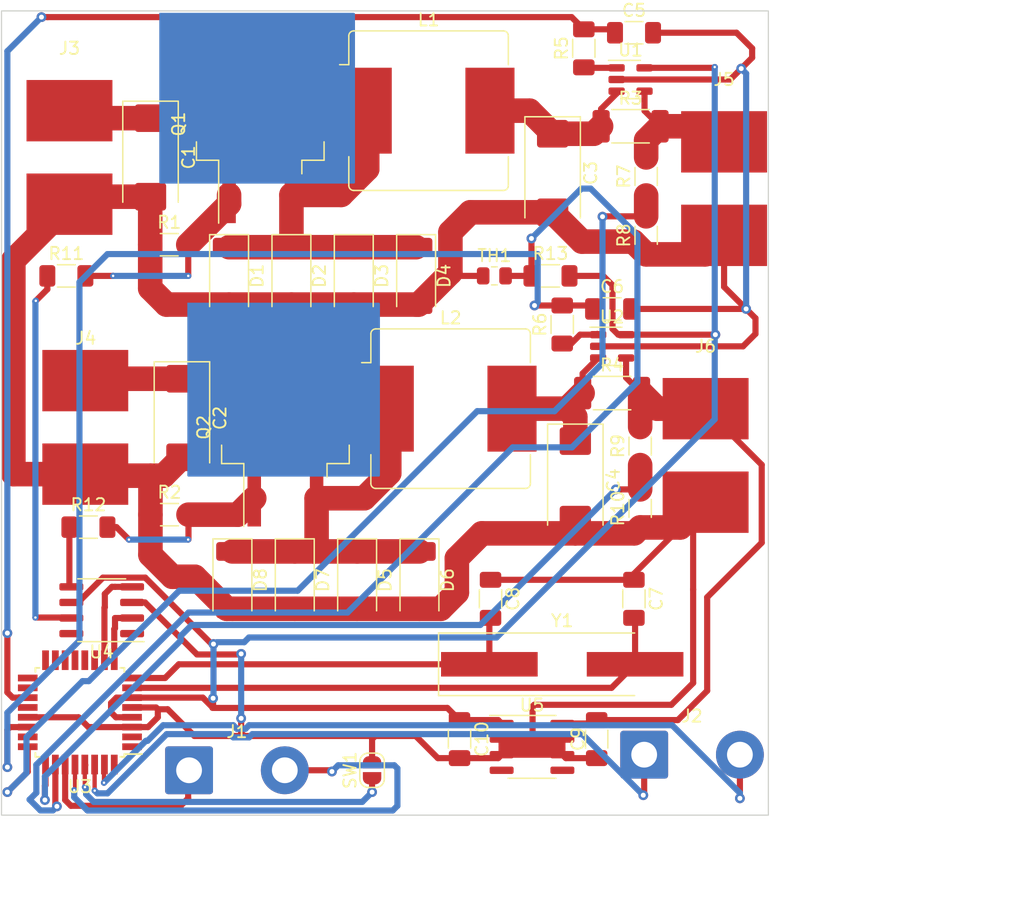
<source format=kicad_pcb>
(kicad_pcb (version 20211014) (generator pcbnew)
  (layers (0 "F.Cu" signal) (31 "B.Cu" signal) (34 "B.Paste" user) (35 "F.Paste" user) (36 "B.SilkS" user "B.Silkscreen") (37 "F.SilkS" user "F.Silkscreen") (38 "B.Mask" user) (39 "F.Mask" user) (44 "Edge.Cuts" user))
  (net 0 "")
  (net 1 "VCC")
  (net 2 "GND")
  (net 3 "Net-(L1-Pad2)")
  (net 4 "Net-(C4-Pad1)")
  (net 5 "I1out")
  (net 6 "I2out")
  (net 7 "Net-(C7-Pad2)")
  (net 8 "Net-(C8-Pad2)")
  (net 9 "+BATT")
  (net 10 "+5V")
  (net 11 "Net-(Q1-Pad3)")
  (net 12 "Net-(D5-Pad1)")
  (net 13 "Net-(J2-Pad1)")
  (net 14 "Net-(J2-Pad2)")
  (net 15 "Mosfet1")
  (net 16 "Mosfet2")
  (net 17 "Net-(R5-Pad1)")
  (net 18 "Net-(R6-Pad1)")
  (net 19 "U1out")
  (net 20 "U2out")
  (net 21 "Net-(R11-Pad1)")
  (net 22 "Net-(R12-Pad1)")
  (net 23 "T")
  (net 26 "Pulse1")
  (net 27 "Pulse2")
  (net 39 "Net-(J1-Pad1)")
  (net 40 "Net-(J1-Pad2)")
  (net 45 "Net-(SW1-Pad1)")
  (net 46 "VAA")
  (footprint "Package_QFP:TQFP-32_7x7mm_P0.8mm" (layer "F.Cu") (at 96.8095 101.098 180)
    (fp_text reference "U3")
    (fp_text value "ATmega328P-A")
  )
  (footprint "Diode_SMD:D_2010_5025Metric_Pad1.52x2.65mm_HandSolder" (layer "F.Cu") (at 124.206 65.532 -90)
    (fp_text reference "D4")
    (fp_text value "STPS140A")
  )
  (footprint "Resistor_SMD:R_1206_3216Metric_Pad1.30x1.75mm_HandSolder" (layer "F.Cu") (at 104.0885 62.992)
    (fp_text reference "R1")
    (fp_text value "30k")
  )
  (footprint "Resistor_SMD:R_1206_3216Metric_Pad1.30x1.75mm_HandSolder" (layer "F.Cu") (at 140.1755 68.224)
    (fp_text reference "C6")
    (fp_text value "100n")
  )
  (footprint "Connector_Wire:SolderWire-1.5sqmm_1x02_P7.8mm_D1.7mm_OD3.9mm" (layer "F.Cu") (at 105.7055 105.816)
    (fp_text reference "J1")
    (fp_text value "I2C")
  )
  (footprint "moje:PowerPad" (layer "F.Cu") (at 95.9605 52.07 180)
    (fp_text reference "J3")
    (fp_text value "In")
  )
  (footprint "Jumper:SolderJumper-2_P1.3mm_Open_RoundedPad1.0x1.5mm" (layer "F.Cu") (at 120.6175 105.816 90)
    (fp_text reference "SW1")
    (fp_text value "SW_DIP_x01")
  )
  (footprint "Package_TO_SOT_SMD:TO-263-2" (layer "F.Cu") (at 113.557 77.876 90)
    (fp_text reference "Q2")
    (fp_text value "IRLR2705TRPBF")
  )
  (footprint "Resistor_SMD:R_1206_3216Metric_Pad1.30x1.75mm_HandSolder" (layer "F.Cu") (at 141.9605 45.72)
    (fp_text reference "C5")
    (fp_text value "100n")
  )
  (footprint "Resistor_SMD:R_1206_3216Metric_Pad1.30x1.75mm_HandSolder" (layer "F.Cu") (at 135.154 65.532)
    (fp_text reference "R13")
    (fp_text value "100k")
  )
  (footprint "Diode_SMD:D_2010_5025Metric_Pad1.52x2.65mm_HandSolder" (layer "F.Cu") (at 119.126 65.532 -90)
    (fp_text reference "D3")
    (fp_text value "STPS140A")
  )
  (footprint "Resistor_SMD:R_1206_3216Metric_Pad1.30x1.75mm_HandSolder" (layer "F.Cu") (at 142.9505 62.23 90)
    (fp_text reference "R8")
    (fp_text value "300k")
  )
  (footprint "Capacitor_Tantalum_SMD:CP_EIA-7343-15_Kemet-W_Pad2.25x2.55mm_HandSolder" (layer "F.Cu") (at 102.5645 55.88 -90)
    (fp_text reference "C1")
    (fp_text value "10u")
  )
  (footprint "Resistor_SMD:R_1206_3216Metric_Pad1.30x1.75mm_HandSolder" (layer "F.Cu") (at 127.7425 103.276 -90)
    (fp_text reference "C10")
    (fp_text value "100n")
  )
  (footprint "Crystal:Crystal_SMD_HC49-SD_HandSoldering" (layer "F.Cu") (at 136.1115 97.18)
    (fp_text reference "Y1")
    (fp_text value "16.00M-SMDHC49S")
  )
  (footprint "Diode_SMD:D_2010_5025Metric_Pad1.52x2.65mm_HandSolder" (layer "F.Cu") (at 114.319 90.322 -90)
    (fp_text reference "D7")
    (fp_text value "STPS140A")
  )
  (footprint "Connector_Wire:SolderWire-1.5sqmm_1x02_P7.8mm_D1.7mm_OD3.9mm" (layer "F.Cu") (at 142.7895 104.546)
    (fp_text reference "J2")
    (fp_text value "UART")
  )
  (footprint "Diode_SMD:D_2010_5025Metric_Pad1.52x2.65mm_HandSolder" (layer "F.Cu") (at 119.399 90.322 -90)
    (fp_text reference "D5")
    (fp_text value "STPS140A")
  )
  (footprint "Capacitor_Tantalum_SMD:CP_EIA-7343-15_Kemet-W_Pad2.25x2.55mm_HandSolder" (layer "F.Cu") (at 135.3305 57.15 -90)
    (fp_text reference "C3")
    (fp_text value "22u")
  )
  (footprint "moje:PowerPad" (layer "F.Cu") (at 149.3005 54.61 180)
    (fp_text reference "J5")
    (fp_text value "Out")
  )
  (footprint "Resistor_SMD:R_1206_3216Metric_Pad1.30x1.75mm_HandSolder" (layer "F.Cu") (at 104.1075 84.988)
    (fp_text reference "R2")
    (fp_text value "30k")
  )
  (footprint "Resistor_SMD:R_0805_2012Metric" (layer "F.Cu") (at 130.582 65.532)
    (fp_text reference "TH1")
    (fp_text value "NCP21WF104J03RA")
  )
  (footprint "Capacitor_Tantalum_SMD:CP_EIA-7343-15_Kemet-W_Pad2.25x2.55mm_HandSolder" (layer "F.Cu") (at 105.1235 77.114 -90)
    (fp_text reference "C2")
    (fp_text value "10u")
  )
  (footprint "Resistor_SMD:R_1206_3216Metric_Pad1.30x1.75mm_HandSolder" (layer "F.Cu") (at 130.2695 91.846 -90)
    (fp_text reference "C8")
    (fp_text value "10p")
  )
  (footprint "Diode_SMD:D_2010_5025Metric_Pad1.52x2.65mm_HandSolder" (layer "F.Cu") (at 114.046 65.532 -90)
    (fp_text reference "D2")
    (fp_text value "STPS140A")
  )
  (footprint "Diode_SMD:D_2010_5025Metric_Pad1.52x2.65mm_HandSolder" (layer "F.Cu") (at 124.479 90.322 -90)
    (fp_text reference "D6")
    (fp_text value "STPS140A")
  )
  (footprint "Package_TO_SOT_SMD:SOT-23-5" (layer "F.Cu") (at 140.1755 71.272)
    (fp_text reference "U2")
    (fp_text value "AD8211")
  )
  (footprint "Diode_SMD:D_2010_5025Metric_Pad1.52x2.65mm_HandSolder" (layer "F.Cu") (at 108.966 65.532 -90)
    (fp_text reference "D1")
    (fp_text value "STPS140A")
  )
  (footprint "Resistor_SMD:R_1206_3216Metric_Pad1.30x1.75mm_HandSolder" (layer "F.Cu") (at 142.4615 84.48 90)
    (fp_text reference "R10")
    (fp_text value "300k")
  )
  (footprint "Resistor_SMD:R_1206_3216Metric_Pad1.30x1.75mm_HandSolder" (layer "F.Cu") (at 142.4615 79.4 90)
    (fp_text reference "R9")
    (fp_text value "715k")
  )
  (footprint "Resistor_SMD:R_1206_3216Metric_Pad1.30x1.75mm_HandSolder" (layer "F.Cu") (at 137.8705 46.99 90)
    (fp_text reference "R5")
    (fp_text value "10k")
  )
  (footprint "Resistor_SMD:R_2010_5025Metric_Pad1.40x2.65mm_HandSolder" (layer "F.Cu") (at 140.1755 75.082)
    (fp_text reference "R4")
    (fp_text value "10m")
  )
  (footprint "Package_TO_SOT_SMD:TO-263-2" (layer "F.Cu") (at 111.506 53.159 90)
    (fp_text reference "Q1")
    (fp_text value "IRLR2705TRPBF")
  )
  (footprint "moje:PowerPad" (layer "F.Cu") (at 147.7955 76.352 180)
    (fp_text reference "J6")
    (fp_text value "Out")
  )
  (footprint "moje:PowerPad" (layer "F.Cu") (at 97.2495 74.066 180)
    (fp_text reference "J4")
    (fp_text value "In")
  )
  (footprint "Resistor_SMD:R_1206_3216Metric_Pad1.30x1.75mm_HandSolder" (layer "F.Cu") (at 142.9505 57.43 90)
    (fp_text reference "R7")
    (fp_text value "715k")
  )
  (footprint "Diode_SMD:D_2010_5025Metric_Pad1.52x2.65mm_HandSolder" (layer "F.Cu") (at 109.239 90.322 -90)
    (fp_text reference "D8")
    (fp_text value "STPS140A")
  )
  (footprint "Package_SO:SOIC-8_3.9x4.9mm_P1.27mm" (layer "F.Cu") (at 133.6495 103.911)
    (fp_text reference "U5")
    (fp_text value "L78L15_SO8")
  )
  (footprint "Resistor_SMD:R_1206_3216Metric_Pad1.30x1.75mm_HandSolder" (layer "F.Cu") (at 95.7065 65.532)
    (fp_text reference "R11")
    (fp_text value "300")
  )
  (footprint "Resistor_SMD:R_1206_3216Metric_Pad1.30x1.75mm_HandSolder" (layer "F.Cu") (at 138.9185 103.276 -90)
    (fp_text reference "C9")
    (fp_text value "330n")
  )
  (footprint "Package_TO_SOT_SMD:SOT-23-5" (layer "F.Cu") (at 141.6805 49.53)
    (fp_text reference "U1")
    (fp_text value "AD8211")
  )
  (footprint "Resistor_SMD:R_1206_3216Metric_Pad1.30x1.75mm_HandSolder" (layer "F.Cu") (at 141.9535 91.846 -90)
    (fp_text reference "C7")
    (fp_text value "10p")
  )
  (footprint "Inductor_SMD:L_Bourns_SRR1208_12.7x12.7mm" (layer "F.Cu") (at 127.019 76.352)
    (fp_text reference "L2")
    (fp_text value "100u")
  )
  (footprint "Resistor_SMD:R_2010_5025Metric_Pad1.40x2.65mm_HandSolder" (layer "F.Cu") (at 141.6805 53.34)
    (fp_text reference "R3")
    (fp_text value "10m")
  )
  (footprint "Resistor_SMD:R_1206_3216Metric_Pad1.30x1.75mm_HandSolder" (layer "F.Cu") (at 97.5035 86.004)
    (fp_text reference "R12")
    (fp_text value "300")
  )
  (footprint "Inductor_SMD:L_Bourns_SRR1208_12.7x12.7mm" (layer "F.Cu") (at 125.222 52.07)
    (fp_text reference "L1")
    (fp_text value "100u")
  )
  (footprint "Package_SO:SOIC-8_3.9x4.9mm_P1.27mm" (layer "F.Cu") (at 98.5875 92.775 180)
    (fp_text reference "U4")
    (fp_text value "2EDN852x")
  )
  (footprint "Capacitor_Tantalum_SMD:CP_EIA-7343-15_Kemet-W_Pad2.25x2.55mm_HandSolder" (layer "F.Cu") (at 137.179 82.194 -90)
    (fp_text reference "C4")
    (fp_text value "22u")
  )
  (footprint "Resistor_SMD:R_1206_3216Metric_Pad1.30x1.75mm_HandSolder" (layer "F.Cu") (at 136.1115 69.494 90)
    (fp_text reference "R6")
    (fp_text value "10k")
  )
  (gr_rect (start 103.378 44.196) (end 119.126 57.912) (layer "B.Cu") (width 0.2) (fill solid))
  (gr_rect (start 105.664 67.818) (end 121.158 81.788) (layer "B.Cu") (width 0.2) (fill solid))
  (gr_rect (start 90.424 109.474) (end 152.908 43.942) (layer "Edge.Cuts") (width 0.1) (fill none))
  (segment (start 112.97 73.914) (end 113.557 74.501) (width 2) (layer "F.Cu") (net 1))
  (segment (start 105.1235 73.914) (end 97.4015 73.914) (width 2) (layer "F.Cu") (net 1))
  (segment (start 97.4015 73.914) (end 97.2495 74.066) (width 2) (layer "F.Cu") (net 1))
  (segment (start 105.1235 73.914) (end 112.97 73.914) (width 2) (layer "F.Cu") (net 1))
  (segment (start 127.527 88.544) (end 127.527 91.338) (width 2) (layer "F.Cu") (net 2))
  (segment (start 133.8255 100.482) (end 145.0015 100.482) (width 0.5) (layer "F.Cu") (net 2))
  (segment (start 137.179 86.512) (end 141.9795 86.512) (width 2) (layer "F.Cu") (net 2))
  (segment (start 102.5575 81.812) (end 103.6255 81.812) (width 2) (layer "F.Cu") (net 2))
  (segment (start 150.8435 71.272) (end 151.8595 70.256) (width 0.5) (layer "F.Cu") (net 2))
  (segment (start 103.1595 101.498) (end 103.1595 100.844) (width 0.5) (layer "F.Cu") (net 2))
  (segment (start 127.7425 104.826) (end 125.9775 104.826) (width 0.5) (layer "F.Cu") (net 2))
  (segment (start 149.3005 66.427) (end 149.3005 62.23) (width 0.5) (layer "F.Cu") (net 2))
  (segment (start 145.7375 86.03) (end 142.4615 86.03) (width 2) (layer "F.Cu") (net 2))
  (segment (start 135.9945 103.908) (end 136.1245 104.038) (width 0.5) (layer "F.Cu") (net 2))
  (segment (start 147.7955 84.454) (end 147.7955 83.972) (width 0.5) (layer "F.Cu") (net 2))
  (segment (start 109.239 92.6595) (end 114.319 92.6595) (width 2) (layer "F.Cu") (net 2))
  (segment (start 149.8085 49.53) (end 150.6975 48.641) (width 0.5) (layer "F.Cu") (net 2))
  (segment (start 137.7185 62.738) (end 135.3305 60.35) (width 2) (layer "F.Cu") (net 2))
  (segment (start 92.5595 101.498) (end 96.7015 101.498) (width 0.5) (layer "F.Cu") (net 2))
  (segment (start 131.1745 103.908) (end 135.9945 103.908) (width 0.5) (layer "F.Cu") (net 2))
  (segment (start 103.1595 100.844) (end 103.0135 100.698) (width 0.5) (layer "F.Cu") (net 2))
  (segment (start 136.1245 103.53) (end 136.1245 103.276) (width 0.5) (layer "F.Cu") (net 2))
  (segment (start 108.966 67.8695) (end 103.86 67.8695) (width 2) (layer "F.Cu") (net 2))
  (segment (start 150.6975 48.641) (end 151.5865 47.752) (width 0.5) (layer "F.Cu") (net 2))
  (segment (start 114.046 67.8695) (end 119.126 67.8695) (width 2) (layer "F.Cu") (net 2))
  (segment (start 146.7795 98.704) (end 146.7795 91.084) (width 0.5) (layer "F.Cu") (net 2))
  (segment (start 141.9085 62.738) (end 137.7185 62.738) (width 2) (layer "F.Cu") (net 2))
  (segment (start 133.6955 100.612) (end 133.8255 100.482) (width 0.5) (layer "F.Cu") (net 2))
  (segment (start 141.9535 89.814) (end 147.7955 83.972) (width 0.5) (layer "F.Cu") (net 2))
  (segment (start 131.1745 103.908) (end 131.1745 104.168) (width 0.5) (layer "F.Cu") (net 2))
  (segment (start 102.3595 102.298) (end 103.1595 101.498) (width 0.5) (layer "F.Cu") (net 2))
  (segment (start 103.0135 100.698) (end 101.0595 100.698) (width 0.5) (layer "F.Cu") (net 2))
  (segment (start 106.1395 103.022) (end 103.9615 100.844) (width 0.5) (layer "F.Cu") (net 2))
  (segment (start 108.7825 92.6595) (end 106.172 90.049) (width 2) (layer "F.Cu") (net 2))
  (segment (start 102.3105 59.08) (end 96.5705 59.08) (width 2) (layer "F.Cu") (net 2))
  (segment (start 102.5575 84.988) (end 102.5575 81.812) (width 2) (layer "F.Cu") (net 2))
  (segment (start 103.6255 81.812) (end 105.1235 80.314) (width 2) (layer "F.Cu") (net 2))
  (segment (start 97.6415 102.298) (end 101.0595 102.298) (width 0.5) (layer "F.Cu") (net 2))
  (segment (start 108.303 68.5325) (end 108.966 67.8695) (width 0.5) (layer "F.Cu") (net 2))
  (segment (start 151.8595 68.986) (end 151.0975 68.224) (width 0.5) (layer "F.Cu") (net 2))
  (segment (start 136.1245 104.546) (end 136.1245 104.038) (width 0.5) (layer "F.Cu") (net 2))
  (segment (start 102.5575 88.264) (end 102.5575 84.988) (width 2) (layer "F.Cu") (net 2))
  (segment (start 124.479 92.6595) (end 119.399 92.6595) (width 2) (layer "F.Cu") (net 2))
  (segment (start 97.2495 81.686) (end 91.4075 81.686) (width 2) (layer "F.Cu") (net 2))
  (segment (start 137.179 86.512) (end 129.559 86.512) (width 2) (layer "F.Cu") (net 2))
  (segment (start 151.8595 70.256) (end 151.8595 68.986) (width 0.5) (layer "F.Cu") (net 2))
  (segment (start 109.9495 102.768) (end 110.2035 103.022) (width 0.5) (layer "F.Cu") (net 2))
  (segment (start 120.6175 105.166) (end 120.6175 103.276) (width 0.5) (layer "F.Cu") (net 2))
  (segment (start 120.8715 103.022) (end 110.2035 103.022) (width 0.5) (layer "F.Cu") (net 2))
  (segment (start 128.626 60.35) (end 135.3305 60.35) (width 2) (layer "F.Cu") (net 2))
  (segment (start 103.9615 100.844) (end 103.1595 100.844) (width 0.5) (layer "F.Cu") (net 2))
  (segment (start 127.254 65.532) (end 127 65.278) (width 0.5) (layer "F.Cu") (net 2))
  (segment (start 131.1745 103.276) (end 131.1745 103.654) (width 0.5) (layer "F.Cu") (net 2))
  (segment (start 109.901 96.379) (end 106.3545 96.379) (width 0.5) (layer "F.Cu") (net 2))
  (segment (start 146.7795 84.988) (end 147.7955 83.972) (width 0.5) (layer "F.Cu") (net 2))
  (segment (start 139.038 71.272) (end 150.8435 71.272) (width 0.5) (layer "F.Cu") (net 2))
  (segment (start 126.2055 92.6595) (end 124.479 92.6595) (width 2) (layer "F.Cu") (net 2))
  (segment (start 150.3165 45.72) (end 143.5105 45.72) (width 0.5) (layer "F.Cu") (net 2))
  (segment (start 130.2695 90.296) (end 141.9535 90.296) (width 0.5) (layer "F.Cu") (net 2))
  (segment (start 138.9185 104.826) (end 136.4045 104.826) (width 0.5) (layer "F.Cu") (net 2))
  (segment (start 136.1245 103.276) (end 131.1745 103.276) (width 0.5) (layer "F.Cu") (net 2))
  (segment (start 106.3545 96.379) (end 102.1155 92.14) (width 0.5) (layer "F.Cu") (net 2))
  (segment (start 147.7505 63.78) (end 142.9505 63.78) (width 2) (layer "F.Cu") (net 2))
  (segment (start 108.966 67.8695) (end 114.046 67.8695) (width 2) (layer "F.Cu") (net 2))
  (segment (start 151.5865 46.99) (end 150.3165 45.72) (width 0.5) (layer "F.Cu") (net 2))
  (segment (start 102.5575 81.812) (end 97.3755 81.812) (width 2) (layer "F.Cu") (net 2))
  (segment (start 104.3425 90.049) (end 102.5575 88.264) (width 2) (layer "F.Cu") (net 2))
  (segment (start 151.0975 68.224) (end 149.3005 66.427) (width 0.5) (layer "F.Cu") (net 2))
  (segment (start 109.9495 101.5855) (end 109.9495 102.768) (width 0.5) (layer "F.Cu") (net 2))
  (segment (start 119.126 67.8695) (end 124.206 67.8695) (width 2) (layer "F.Cu") (net 2))
  (segment (start 91.3885 81.667) (end 91.4075 81.686) (width 2) (layer "F.Cu") (net 2))
  (segment (start 102.5385 66.548) (end 102.5385 62.992) (width 2) (layer "F.Cu") (net 2))
  (segment (start 97.3755 81.812) (end 97.2495 81.686) (width 2) (layer "F.Cu") (net 2))
  (segment (start 102.5385 62.992) (end 102.5385 59.308) (width 2) (layer "F.Cu") (net 2))
  (segment (start 127 65.278) (end 127 61.976) (width 2) (layer "F.Cu") (net 2))
  (segment (start 97.5715 102.368) (end 97.6415 102.298) (width 0.5) (layer "F.Cu") (net 2))
  (segment (start 146.7795 91.084) (end 146.7795 84.988) (width 0.5) (layer "F.Cu") (net 2))
  (segment (start 124.206 67.8695) (end 124.4085 67.8695) (width 2) (layer "F.Cu") (net 2))
  (segment (start 137.179 85.394) (end 137.179 86.512) (width 2) (layer "F.Cu") (net 2))
  (segment (start 147.7955 83.972) (end 145.7375 86.03) (width 2) (layer "F.Cu") (net 2))
  (segment (start 102.5385 59.308) (end 102.3105 59.08) (width 2) (layer "F.Cu") (net 2))
  (segment (start 101.0595 102.298) (end 102.3595 102.298) (width 0.5) (layer "F.Cu") (net 2))
  (segment (start 133.6955 103.654) (end 136.0005 103.654) (width 0.5) (layer "F.Cu") (net 2))
  (segment (start 130.8945 104.826) (end 131.1745 104.546) (width 0.5) (layer "F.Cu") (net 2))
  (segment (start 131.1745 103.654) (end 131.1745 103.908) (width 0.5) (layer "F.Cu") (net 2))
  (segment (start 131.1745 104.546) (end 136.1245 104.546) (width 0.5) (layer "F.Cu") (net 2))
  (segment (start 149.3005 62.23) (end 147.7505 63.78) (width 2) (layer "F.Cu") (net 2))
  (segment (start 136.0005 103.654) (end 136.1245 103.53) (width 0.5) (layer "F.Cu") (net 2))
  (segment (start 141.9535 90.296) (end 141.9535 89.814) (width 0.5) (layer "F.Cu") (net 2))
  (segment (start 124.4085 67.8695) (end 127 65.278) (width 2) (layer "F.Cu") (net 2))
  (segment (start 140.543 49.53) (end 149.8085 49.53) (width 0.5) (layer "F.Cu") (net 2))
  (segment (start 109.9495 96.3305) (end 109.901 96.379) (width 0.5) (layer "F.Cu") (net 2))
  (segment (start 119.399 92.6595) (end 114.319 92.6595) (width 2) (layer "F.Cu") (net 2))
  (segment (start 91.3885 64.262) (end 95.9605 59.69) (width 2) (layer "F.Cu") (net 2))
  (segment (start 141.9795 86.512) (end 142.4615 86.03) (width 2) (layer "F.Cu") (net 2))
  (segment (start 109.239 92.6595) (end 108.7825 92.6595) (width 2) (layer "F.Cu") (net 2))
  (segment (start 127.7425 104.826) (end 130.8945 104.826) (width 0.5) (layer "F.Cu") (net 2))
  (segment (start 131.1745 104.168) (end 135.9945 104.168) (width 0.5) (layer "F.Cu") (net 2))
  (segment (start 129.6695 65.532) (end 127.254 65.532) (width 0.5) (layer "F.Cu") (net 2))
  (segment (start 110.2035 103.022) (end 106.1395 103.022) (width 0.5) (layer "F.Cu") (net 2))
  (segment (start 135.9945 104.168) (end 136.1245 104.038) (width 0.5) (layer "F.Cu") (net 2))
  (segment (start 136.1245 104.038) (end 136.1245 103.53) (width 0.5) (layer "F.Cu") (net 2))
  (segment (start 103.86 67.8695) (end 102.5385 66.548) (width 2) (layer "F.Cu") (net 2))
  (segment (start 136.4045 104.826) (end 136.1245 104.546) (width 0.5) (layer "F.Cu") (net 2))
  (segment (start 142.9505 63.78) (end 141.9085 62.738) (width 2) (layer "F.Cu") (net 2))
  (segment (start 96.5705 59.08) (end 95.9605 59.69) (width 2) (layer "F.Cu") (net 2))
  (segment (start 127.527 91.338) (end 126.2055 92.6595) (width 2) (layer "F.Cu") (net 2))
  (segment (start 125.9775 104.826) (end 124.1735 103.022) (width 0.5) (layer "F.Cu") (net 2))
  (segment (start 133.6955 103.654) (end 133.6955 100.612) (width 0.5) (layer "F.Cu") (net 2))
  (segment (start 120.6175 103.276) (end 120.8715 103.022) (width 0.5) (layer "F.Cu") (net 2))
  (segment (start 129.559 86.512) (end 127.527 88.544) (width 2) (layer "F.Cu") (net 2))
  (segment (start 124.1735 103.022) (end 120.8715 103.022) (width 0.5) (layer "F.Cu") (net 2))
  (segment (start 151.0975 68.224) (end 141.7255 68.224) (width 0.5) (layer "F.Cu") (net 2))
  (segment (start 131.1745 103.654) (end 133.6955 103.654) (width 0.5) (layer "F.Cu") (net 2))
  (segment (start 145.0015 100.482) (end 146.7795 98.704) (width 0.5) (layer "F.Cu") (net 2))
  (segment (start 131.1745 104.168) (end 131.1745 104.546) (width 0.5) (layer "F.Cu") (net 2))
  (segment (start 127 61.976) (end 128.626 60.35) (width 2) (layer "F.Cu") (net 2))
  (segment (start 102.1155 92.14) (end 101.0625 92.14) (width 0.5) (layer "F.Cu") (net 2))
  (segment (start 91.3885 64.262) (end 91.3885 81.667) (width 2) (layer "F.Cu") (net 2))
  (segment (start 96.7015 101.498) (end 97.5715 102.368) (width 0.5) (layer "F.Cu") (net 2))
  (segment (start 106.172 90.049) (end 104.3425 90.049) (width 2) (layer "F.Cu") (net 2))
  (segment (start 151.5865 47.752) (end 151.5865 46.99) (width 0.5) (layer "F.Cu") (net 2))
  (via (at 109.9495 96.3305) (size 0.8) (drill 0.4) (layers "F.Cu" "B.Cu") (net 2))
  (via (at 151.0975 68.224) (size 0.8) (drill 0.4) (layers "F.Cu" "B.Cu") (net 2))
  (via (at 109.9495 101.5855) (size 0.8) (drill 0.4) (layers "F.Cu" "B.Cu") (net 2))
  (via (at 150.6975 48.641) (size 0.8) (drill 0.4) (layers "F.Cu" "B.Cu") (net 2))
  (segment (start 109.9495 96.3305) (end 109.9495 101.5855) (width 0.5) (layer "B.Cu") (net 2))
  (segment (start 151.0975 68.224) (end 151.0975 49.041) (width 0.5) (layer "B.Cu") (net 2))
  (segment (start 151.0975 49.041) (end 150.6975 48.641) (width 0.5) (layer "B.Cu") (net 2))
  (segment (start 130.222 52.07) (end 133.4505 52.07) (width 2) (layer "F.Cu") (net 3))
  (segment (start 135.3305 53.95) (end 138.6705 53.95) (width 2) (layer "F.Cu") (net 3))
  (segment (start 138.6705 53.95) (end 139.2805 53.34) (width 2) (layer "F.Cu") (net 3))
  (segment (start 139.2805 53.34) (end 139.2805 51.93) (width 0.5) (layer "F.Cu") (net 3))
  (segment (start 133.4505 52.07) (end 135.3305 53.95) (width 2) (layer "F.Cu") (net 3))
  (segment (start 139.2805 51.93) (end 140.543 50.6675) (width 0.5) (layer "F.Cu") (net 3))
  (segment (start 140.543 50.6675) (end 140.543 50.48) (width 0.5) (layer "F.Cu") (net 3))
  (segment (start 137.7755 75.082) (end 137.7755 73.4845) (width 0.5) (layer "F.Cu") (net 4))
  (segment (start 137.7755 73.4845) (end 139.038 72.222) (width 0.5) (layer "F.Cu") (net 4))
  (segment (start 132.019 76.352) (end 136.5055 76.352) (width 2) (layer "F.Cu") (net 4))
  (segment (start 136.5055 76.352) (end 137.7755 75.082) (width 2) (layer "F.Cu") (net 4))
  (segment (start 137.179 78.994) (end 137.179 77.0255) (width 2) (layer "F.Cu") (net 4))
  (segment (start 137.179 77.0255) (end 136.5055 76.352) (width 2) (layer "F.Cu") (net 4))
  (segment (start 136.8765 44.446) (end 94.1825 44.446) (width 0.5) (layer "F.Cu") (net 5))
  (segment (start 94.1825 44.446) (end 93.6785 44.446) (width 0.5) (layer "F.Cu") (net 5))
  (segment (start 140.1305 45.44) (end 140.4105 45.72) (width 0.5) (layer "F.Cu") (net 5))
  (segment (start 137.8705 45.44) (end 136.8765 44.446) (width 0.5) (layer "F.Cu") (net 5))
  (segment (start 91.3315 99.898) (end 90.8995 99.466) (width 0.5) (layer "F.Cu") (net 5))
  (segment (start 92.5595 99.898) (end 91.3315 99.898) (width 0.5) (layer "F.Cu") (net 5))
  (segment (start 137.8705 45.44) (end 140.1305 45.44) (width 0.5) (layer "F.Cu") (net 5))
  (segment (start 90.8995 99.466) (end 90.8995 94.64) (width 0.5) (layer "F.Cu") (net 5))
  (via (at 93.6785 44.446) (size 0.8) (drill 0.4) (layers "F.Cu" "B.Cu") (net 5))
  (via (at 90.8995 94.64) (size 0.8) (drill 0.4) (layers "F.Cu" "B.Cu") (net 5))
  (segment (start 90.8995 94.64) (end 90.8995 47.225) (width 0.5) (layer "B.Cu") (net 5))
  (segment (start 90.8995 47.225) (end 90.90625 47.21825) (width 0.5) (layer "B.Cu") (net 5))
  (segment (start 93.6785 44.446) (end 90.90625 47.21825) (width 0.5) (layer "B.Cu") (net 5))
  (segment (start 90.8995 102.514) (end 90.8995 105.562) (width 0.5) (layer "F.Cu") (net 6))
  (segment (start 92.5595 102.298) (end 91.1155 102.298) (width 0.5) (layer "F.Cu") (net 6))
  (segment (start 136.1115 67.944) (end 133.8515 67.944) (width 0.5) (layer "F.Cu") (net 6))
  (segment (start 91.1155 102.298) (end 90.8995 102.514) (width 0.5) (layer "F.Cu") (net 6))
  (segment (start 138.3455 67.944) (end 138.6255 68.224) (width 0.5) (layer "F.Cu") (net 6))
  (segment (start 136.1115 67.944) (end 138.3455 67.944) (width 0.5) (layer "F.Cu") (net 6))
  (via (at 133.8515 67.944) (size 0.8) (drill 0.4) (layers "F.Cu" "B.Cu") (net 6))
  (via (at 90.8995 105.562) (size 0.8) (drill 0.4) (layers "F.Cu" "B.Cu") (net 6))
  (segment (start 96.774 66.04) (end 96.774 95.25) (width 0.5) (layer "B.Cu") (net 6))
  (segment (start 90.8995 101.1245) (end 90.8995 105.562) (width 0.5) (layer "B.Cu") (net 6))
  (segment (start 99.06 63.754) (end 96.774 66.04) (width 0.5) (layer "B.Cu") (net 6))
  (segment (start 133.8515 67.944) (end 134.112 67.6835) (width 0.5) (layer "B.Cu") (net 6))
  (segment (start 134.112 67.6835) (end 134.112 63.754) (width 0.5) (layer "B.Cu") (net 6))
  (segment (start 96.774 95.25) (end 90.8995 101.1245) (width 0.5) (layer "B.Cu") (net 6))
  (segment (start 134.112 63.754) (end 99.06 63.754) (width 0.5) (layer "B.Cu") (net 6))
  (segment (start 142.049 97.18) (end 142.049 93.4915) (width 0.5) (layer "F.Cu") (net 7))
  (segment (start 140.131 99.098) (end 142.049 97.18) (width 0.5) (layer "F.Cu") (net 7))
  (segment (start 101.0595 99.098) (end 140.131 99.098) (width 0.5) (layer "F.Cu") (net 7))
  (segment (start 142.049 93.4915) (end 141.9535 93.396) (width 0.5) (layer "F.Cu") (net 7))
  (segment (start 130.174 97.18) (end 104.8695 97.18) (width 0.5) (layer "F.Cu") (net 8))
  (segment (start 130.174 97.18) (end 130.174 93.4915) (width 0.5) (layer "F.Cu") (net 8))
  (segment (start 104.8695 97.18) (end 103.7515 98.298) (width 0.5) (layer "F.Cu") (net 8))
  (segment (start 130.174 93.4915) (end 130.2695 93.396) (width 0.5) (layer "F.Cu") (net 8))
  (segment (start 103.7515 98.298) (end 101.0595 98.298) (width 0.5) (layer "F.Cu") (net 8))
  (segment (start 142.4615 75.196) (end 142.5755 75.082) (width 2) (layer "F.Cu") (net 9))
  (segment (start 144.0805 53.34) (end 148.0305 53.34) (width 2) (layer "F.Cu") (net 9))
  (segment (start 152.3675 87.274) (end 152.3675 80.924) (width 0.5) (layer "F.Cu") (net 9))
  (segment (start 142.9505 54.47) (end 144.0805 53.34) (width 2) (layer "F.Cu") (net 9))
  (segment (start 142.818 50.48) (end 142.818 52.0775) (width 0.5) (layer "F.Cu") (net 9))
  (segment (start 143.8455 76.352) (end 142.5755 75.082) (width 2) (layer "F.Cu") (net 9))
  (segment (start 145.5355 101.726) (end 147.9225 99.339) (width 0.5) (layer "F.Cu") (net 9))
  (segment (start 138.9185 101.726) (end 145.5355 101.726) (width 0.5) (layer "F.Cu") (net 9))
  (segment (start 142.818 52.0775) (end 144.0805 53.34) (width 0.5) (layer "F.Cu") (net 9))
  (segment (start 152.3675 80.924) (end 147.7955 76.352) (width 0.5) (layer "F.Cu") (net 9))
  (segment (start 136.1245 102.006) (end 138.6385 102.006) (width 0.5) (layer "F.Cu") (net 9))
  (segment (start 142.4615 77.85) (end 142.4615 75.196) (width 2) (layer "F.Cu") (net 9))
  (segment (start 148.0305 53.34) (end 149.3005 54.61) (width 2) (layer "F.Cu") (net 9))
  (segment (start 147.7955 76.352) (end 143.8455 76.352) (width 2) (layer "F.Cu") (net 9))
  (segment (start 142.9505 55.88) (end 142.9505 54.47) (width 2) (layer "F.Cu") (net 9))
  (segment (start 141.313 72.222) (end 141.313 73.8195) (width 0.5) (layer "F.Cu") (net 9))
  (segment (start 147.9225 99.339) (end 147.9225 91.719) (width 0.5) (layer "F.Cu") (net 9))
  (segment (start 138.6385 102.006) (end 138.9185 101.726) (width 0.5) (layer "F.Cu") (net 9))
  (segment (start 141.313 73.8195) (end 142.5755 75.082) (width 0.5) (layer "F.Cu") (net 9))
  (segment (start 147.9225 91.719) (end 152.3675 87.274) (width 0.5) (layer "F.Cu") (net 9))
  (segment (start 140.208 66.294) (end 139.446 65.532) (width 0.5) (layer "F.Cu") (net 10))
  (segment (start 99.7875 99.898) (end 99.3495 100.336) (width 0.5) (layer "F.Cu") (net 10))
  (segment (start 96.666028 92.14) (end 96.1125 92.14) (width 0.5) (layer "F.Cu") (net 10))
  (segment (start 140.68 70.322) (end 140.208 69.85) (width 0.5) (layer "F.Cu") (net 10))
  (segment (start 107.545528 95.5295) (end 102.136028 90.12) (width 0.5) (layer "F.Cu") (net 10))
  (segment (start 106.8255 99.898) (end 101.0595 99.898) (width 0.5) (layer "F.Cu") (net 10))
  (segment (start 107.6635 100.736) (end 106.8255 99.898) (width 0.5) (layer "F.Cu") (net 10))
  (segment (start 101.0595 99.898) (end 99.7875 99.898) (width 0.5) (layer "F.Cu") (net 10))
  (segment (start 99.3495 101.098) (end 99.7495 101.498) (width 0.5) (layer "F.Cu") (net 10))
  (segment (start 142.818 48.58) (end 148.4725 48.58) (width 0.5) (layer "F.Cu") (net 10))
  (segment (start 140.208 69.85) (end 140.208 66.294) (width 0.5) (layer "F.Cu") (net 10))
  (segment (start 99.7495 101.498) (end 101.0595 101.498) (width 0.5) (layer "F.Cu") (net 10))
  (segment (start 141.313 70.322) (end 140.68 70.322) (width 0.5) (layer "F.Cu") (net 10))
  (segment (start 139.446 65.532) (end 136.704 65.532) (width 0.5) (layer "F.Cu") (net 10))
  (segment (start 107.696 95.5295) (end 107.545528 95.5295) (width 0.5) (layer "F.Cu") (net 10))
  (segment (start 127.7425 101.726) (end 126.7525 100.736) (width 0.5) (layer "F.Cu") (net 10))
  (segment (start 102.136028 90.12) (end 98.686028 90.12) (width 0.5) (layer "F.Cu") (net 10))
  (segment (start 141.313 70.322) (end 148.59 70.322) (width 0.5) (layer "F.Cu") (net 10))
  (segment (start 127.7425 101.726) (end 130.8945 101.726) (width 0.5) (layer "F.Cu") (net 10))
  (segment (start 98.686028 90.12) (end 96.666028 92.14) (width 0.5) (layer "F.Cu") (net 10))
  (segment (start 130.8945 101.726) (end 131.1745 102.006) (width 0.5) (layer "F.Cu") (net 10))
  (segment (start 99.3495 100.336) (end 99.3495 101.098) (width 0.5) (layer "F.Cu") (net 10))
  (segment (start 148.4725 48.58) (end 148.5385 48.514) (width 0.5) (layer "F.Cu") (net 10))
  (segment (start 107.6635 99.9475) (end 107.6635 100.684) (width 0.5) (layer "F.Cu") (net 10))
  (segment (start 126.7525 100.736) (end 107.6115 100.736) (width 0.5) (layer "F.Cu") (net 10))
  (via (at 107.696 95.5295) (size 0.8) (drill 0.4) (layers "F.Cu" "B.Cu") (net 10))
  (via (at 107.6635 99.9475) (size 0.8) (drill 0.4) (layers "F.Cu" "B.Cu") (net 10))
  (via (at 148.59 70.322) (size 0.8) (drill 0.4) (layers "F.Cu" "B.Cu") (net 10))
  (via (at 148.5385 48.514) (size 0.5) (drill 0.2) (layers "F.Cu" "B.Cu") (net 10))
  (segment (start 107.696 99.915) (end 107.6635 99.9475) (width 0.5) (layer "B.Cu") (net 10))
  (segment (start 130.7585 94.996) (end 110.585082 94.996) (width 0.5) (layer "B.Cu") (net 10))
  (segment (start 107.696 99.9415) (end 107.69 99.9475) (width 0.5) (layer "B.Cu") (net 10))
  (segment (start 107.696 95.5295) (end 107.696 99.915) (width 0.5) (layer "B.Cu") (net 10))
  (segment (start 148.5385 77.216) (end 130.7585 94.996) (width 0.5) (layer "B.Cu") (net 10))
  (segment (start 148.5385 48.514) (end 148.5385 77.216) (width 0.5) (layer "B.Cu") (net 10))
  (segment (start 107.69 99.9475) (end 107.6635 99.9475) (width 0.5) (layer "B.Cu") (net 10))
  (segment (start 110.585082 94.996) (end 110.201082 95.38) (width 0.5) (layer "B.Cu") (net 10))
  (segment (start 110.201082 95.38) (end 107.95 95.38) (width 0.5) (layer "B.Cu") (net 10))
  (segment (start 120.222 56.816) (end 118.104 58.934) (width 2) (layer "F.Cu") (net 11))
  (segment (start 120.222 52.07) (end 120.222 56.816) (width 2) (layer "F.Cu") (net 11))
  (segment (start 119.126 63.1945) (end 114.046 63.1945) (width 2) (layer "F.Cu") (net 11))
  (segment (start 118.104 58.934) (end 114.046 58.934) (width 2) (layer "F.Cu") (net 11))
  (segment (start 124.206 63.1945) (end 119.126 63.1945) (width 2) (layer "F.Cu") (net 11))
  (segment (start 114.046 63.1945) (end 108.966 63.1945) (width 2) (layer "F.Cu") (net 11))
  (segment (start 114.046 63.1945) (end 114.046 58.934) (width 2) (layer "F.Cu") (net 11))
  (segment (start 119.974 83.651) (end 122.019 81.606) (width 2) (layer "F.Cu") (net 12))
  (segment (start 116.097 83.651) (end 119.974 83.651) (width 2) (layer "F.Cu") (net 12))
  (segment (start 114.319 87.9845) (end 115.8945 87.9845) (width 2) (layer "F.Cu") (net 12))
  (segment (start 116.097 83.651) (end 116.097 87.782) (width 2) (layer "F.Cu") (net 12))
  (segment (start 115.8945 87.9845) (end 119.399 87.9845) (width 2) (layer "F.Cu") (net 12))
  (segment (start 109.239 87.9845) (end 114.319 87.9845) (width 2) (layer "F.Cu") (net 12))
  (segment (start 122.019 81.606) (end 122.019 76.352) (width 2) (layer "F.Cu") (net 12))
  (segment (start 119.399 87.9845) (end 124.479 87.9845) (width 2) (layer "F.Cu") (net 12))
  (segment (start 116.097 87.782) (end 115.8945 87.9845) (width 2) (layer "F.Cu") (net 12))
  (segment (start 142.7895 104.546) (end 142.7895 107.774) (width 0.5) (layer "F.Cu") (net 13))
  (segment (start 142.7895 107.774) (end 142.7155 107.848) (width 0.5) (layer "F.Cu") (net 13))
  (segment (start 98.015767 107.4775) (end 98.0095 107.471233) (width 0.35) (layer "F.Cu") (net 13))
  (segment (start 98.0095 107.471233) (end 98.0095 105.348) (width 0.35) (layer "F.Cu") (net 13))
  (via (at 142.7155 107.848) (size 0.8) (drill 0.4) (layers "F.Cu" "B.Cu") (net 13))
  (via (at 98.015767 107.4775) (size 0.5) (drill 0.2) (layers "F.Cu" "B.Cu") (net 13))
  (segment (start 142.7155 107.848) (end 137.7375 102.87) (width 0.5) (layer "B.Cu") (net 13))
  (segment (start 137.7375 102.87) (end 110.857032 102.87) (width 0.5) (layer "B.Cu") (net 13))
  (segment (start 109.041969 102.87) (end 103.886 102.87) (width 0.5) (layer "B.Cu") (net 13))
  (segment (start 110.857032 102.87) (end 110.591531 103.1355) (width 0.5) (layer "B.Cu") (net 13))
  (segment (start 99.06 107.696) (end 98.234267 107.696) (width 0.5) (layer "B.Cu") (net 13))
  (segment (start 98.234267 107.696) (end 98.015767 107.4775) (width 0.5) (layer "B.Cu") (net 13))
  (segment (start 103.886 102.87) (end 99.06 107.696) (width 0.5) (layer "B.Cu") (net 13))
  (segment (start 110.591531 103.1355) (end 109.307469 103.1355) (width 0.5) (layer "B.Cu") (net 13))
  (segment (start 109.307469 103.1355) (end 109.041969 102.87) (width 0.5) (layer "B.Cu") (net 13))
  (segment (start 150.5895 104.546) (end 150.5895 108.102) (width 0.5) (layer "F.Cu") (net 14))
  (segment (start 98.7735 105.384) (end 98.8095 105.348) (width 0.35) (layer "F.Cu") (net 14))
  (segment (start 98.7735 106.832) (end 98.7735 105.384) (width 0.35) (layer "F.Cu") (net 14))
  (via (at 150.5895 108.102) (size 0.8) (drill 0.4) (layers "F.Cu" "B.Cu") (net 14))
  (via (at 98.7735 106.832) (size 0.5) (drill 0.2) (layers "F.Cu" "B.Cu") (net 14))
  (segment (start 102.1895 103.416) (end 102.324 103.416) (width 0.5) (layer "B.Cu") (net 14))
  (segment (start 110.301582 102.4355) (end 110.591082 102.146) (width 0.5) (layer "B.Cu") (net 14))
  (segment (start 145.072 102.146) (end 150.5895 107.6635) (width 0.5) (layer "B.Cu") (net 14))
  (segment (start 98.7735 106.832) (end 102.1895 103.416) (width 0.5) (layer "B.Cu") (net 14))
  (segment (start 110.591082 102.146) (end 145.072 102.146) (width 0.5) (layer "B.Cu") (net 14))
  (segment (start 103.594 102.146) (end 109.307918 102.146) (width 0.5) (layer "B.Cu") (net 14))
  (segment (start 109.307918 102.146) (end 109.597418 102.4355) (width 0.5) (layer "B.Cu") (net 14))
  (segment (start 150.5895 107.6635) (end 150.5895 108.102) (width 0.5) (layer "B.Cu") (net 14))
  (segment (start 109.597418 102.4355) (end 110.301582 102.4355) (width 0.5) (layer "B.Cu") (net 14))
  (segment (start 102.324 103.416) (end 103.594 102.146) (width 0.5) (layer "B.Cu") (net 14))
  (segment (start 105.6385 65.532) (end 105.6125 65.532) (width 0.5) (layer "F.Cu") (net 15))
  (segment (start 105.6385 62.992) (end 105.6385 65.532) (width 0.5) (layer "F.Cu") (net 15))
  (segment (start 108.966 58.934) (end 108.966 59.6645) (width 2) (layer "F.Cu") (net 15))
  (segment (start 108.966 59.6645) (end 105.6385 62.992) (width 2) (layer "F.Cu") (net 15))
  (segment (start 97.2565 65.532) (end 99.5165 65.532) (width 0.5) (layer "F.Cu") (net 15))
  (via (at 105.6385 65.532) (size 0.5) (drill 0.2) (layers "F.Cu" "B.Cu") (net 15))
  (via (at 99.5165 65.532) (size 0.5) (drill 0.2) (layers "F.Cu" "B.Cu") (net 15))
  (segment (start 105.6385 65.532) (end 99.5165 65.532) (width 0.5) (layer "B.Cu") (net 15))
  (segment (start 109.68 84.988) (end 111.017 83.651) (width 2) (layer "F.Cu") (net 16))
  (segment (start 99.7895 86.004) (end 100.8055 87.02) (width 0.5) (layer "F.Cu") (net 16))
  (segment (start 99.0535 86.004) (end 99.7895 86.004) (width 0.5) (layer "F.Cu") (net 16))
  (segment (start 105.6575 86.994) (end 105.6315 87.02) (width 0.5) (layer "F.Cu") (net 16))
  (segment (start 105.6575 84.988) (end 105.6575 86.994) (width 0.5) (layer "F.Cu") (net 16))
  (segment (start 105.6575 84.988) (end 109.68 84.988) (width 2) (layer "F.Cu") (net 16))
  (via (at 100.8055 87.02) (size 0.5) (drill 0.2) (layers "F.Cu" "B.Cu") (net 16))
  (via (at 105.6315 87.02) (size 0.5) (drill 0.2) (layers "F.Cu" "B.Cu") (net 16))
  (segment (start 100.8055 87.02) (end 105.6315 87.02) (width 0.5) (layer "B.Cu") (net 16))
  (segment (start 140.543 48.58) (end 137.9105 48.58) (width 0.5) (layer "F.Cu") (net 17))
  (segment (start 137.9105 48.58) (end 137.8705 48.54) (width 0.5) (layer "F.Cu") (net 17))
  (segment (start 137.5695 70.322) (end 139.038 70.322) (width 0.5) (layer "F.Cu") (net 18))
  (segment (start 136.1115 71.044) (end 136.8475 71.044) (width 0.5) (layer "F.Cu") (net 18))
  (segment (start 136.8475 71.044) (end 137.5695 70.322) (width 0.5) (layer "F.Cu") (net 18))
  (segment (start 138.972 70.256) (end 139.038 70.322) (width 0.5) (layer "F.Cu") (net 18))
  (segment (start 92.5595 105.934) (end 90.8995 107.594) (width 0.5) (layer "F.Cu") (net 19))
  (segment (start 92.5595 103.898) (end 92.5595 105.934) (width 0.5) (layer "F.Cu") (net 19))
  (segment (start 139.4205 60.68) (end 139.3945 60.706) (width 0.5) (layer "F.Cu") (net 19))
  (segment (start 142.9505 60.68) (end 142.9505 58.98) (width 2) (layer "F.Cu") (net 19))
  (segment (start 142.9505 60.68) (end 139.4205 60.68) (width 0.5) (layer "F.Cu") (net 19))
  (via (at 90.8995 107.594) (size 0.8) (drill 0.4) (layers "F.Cu" "B.Cu") (net 19))
  (via (at 139.3945 60.706) (size 0.8) (drill 0.4) (layers "F.Cu" "B.Cu") (net 19))
  (segment (start 97.536 98.552) (end 104.902 91.186) (width 0.5) (layer "B.Cu") (net 19))
  (segment (start 104.902 91.186) (end 114.554 91.186) (width 0.5) (layer "B.Cu") (net 19))
  (segment (start 90.8995 107.594) (end 92.456 106.0375) (width 0.5) (layer "B.Cu") (net 19))
  (segment (start 114.554 91.186) (end 129.18475 76.55525) (width 0.5) (layer "B.Cu") (net 19))
  (segment (start 135.48325 76.55525) (end 139.3945 72.644) (width 0.5) (layer "B.Cu") (net 19))
  (segment (start 92.456 103.124) (end 97.028 98.552) (width 0.5) (layer "B.Cu") (net 19))
  (segment (start 97.028 98.552) (end 97.536 98.552) (width 0.5) (layer "B.Cu") (net 19))
  (segment (start 139.3945 72.644) (end 139.3945 60.706) (width 0.5) (layer "B.Cu") (net 19))
  (segment (start 92.456 106.0375) (end 92.456 103.124) (width 0.5) (layer "B.Cu") (net 19))
  (segment (start 129.18475 76.55525) (end 135.48325 76.55525) (width 0.5) (layer "B.Cu") (net 19))
  (segment (start 93.96 107.0735) (end 94.0095 107.024) (width 0.5) (layer "F.Cu") (net 20))
  (segment (start 94.0095 107.024) (end 94.0095 105.348) (width 0.5) (layer "F.Cu") (net 20))
  (segment (start 93.96 108.238312) (end 93.96 107.0735) (width 0.5) (layer "F.Cu") (net 20))
  (segment (start 142.4615 82.93) (end 140.481 82.93) (width 0.5) (layer "F.Cu") (net 20))
  (segment (start 142.4615 82.93) (end 142.4615 80.95) (width 2) (layer "F.Cu") (net 20))
  (via (at 93.96 108.238312) (size 0.8) (drill 0.4) (layers "F.Cu" "B.Cu") (net 20))
  (via (at 140.481 82.93) (size 0.8) (drill 0.4) (layers "F.Cu" "B.Cu") (net 20))
  (segment (start 140.481 82.93) (end 129.431 93.98) (width 0.5) (layer "B.Cu") (net 20))
  (segment (start 105.0215 95.25) (end 93.96 106.3115) (width 0.5) (layer "B.Cu") (net 20))
  (segment (start 105.918 93.98) (end 105.0215 94.8765) (width 0.5) (layer "B.Cu") (net 20))
  (segment (start 93.96 106.3115) (end 93.96 108.238312) (width 0.5) (layer "B.Cu") (net 20))
  (segment (start 105.0215 94.8765) (end 105.0215 95.25) (width 0.5) (layer "B.Cu") (net 20))
  (segment (start 129.431 93.98) (end 105.918 93.98) (width 0.5) (layer "B.Cu") (net 20))
  (segment (start 93.1855 93.37) (end 96.0725 93.37) (width 0.5) (layer "F.Cu") (net 21))
  (segment (start 93.218 67.564) (end 94.1565 66.6255) (width 0.5) (layer "F.Cu") (net 21))
  (segment (start 96.0725 93.37) (end 96.1125 93.41) (width 0.5) (layer "F.Cu") (net 21))
  (segment (start 94.1565 66.6255) (end 94.1565 65.532) (width 0.5) (layer "F.Cu") (net 21))
  (via (at 93.218 67.564) (size 0.5) (drill 0.2) (layers "F.Cu" "B.Cu") (net 21))
  (via (at 93.1855 93.37) (size 0.5) (drill 0.2) (layers "F.Cu" "B.Cu") (net 21))
  (segment (start 93.218 67.564) (end 93.1665 67.6155) (width 0.5) (layer "B.Cu") (net 21))
  (segment (start 93.1855 67.5965) (end 93.218 67.564) (width 0.5) (layer "B.Cu") (net 21))
  (segment (start 93.1855 93.37) (end 93.1855 67.5965) (width 0.5) (layer "B.Cu") (net 21))
  (segment (start 95.9535 90.711) (end 96.1125 90.87) (width 0.5) (layer "F.Cu") (net 22))
  (segment (start 95.9535 86.004) (end 95.9535 90.711) (width 0.5) (layer "F.Cu") (net 22))
  (segment (start 131.4945 65.532) (end 133.604 65.532) (width 0.5) (layer "F.Cu") (net 23))
  (segment (start 94.8095 108.631297) (end 94.8095 105.348) (width 0.5) (layer "F.Cu") (net 23))
  (segment (start 94.936206 108.758003) (end 94.8095 108.631297) (width 0.5) (layer "F.Cu") (net 23))
  (segment (start 133.604 62.484) (end 133.604 65.532) (width 0.5) (layer "F.Cu") (net 23))
  (via (at 94.936206 108.758003) (size 0.8) (drill 0.4) (layers "F.Cu" "B.Cu") (net 23))
  (via (at 133.604 62.484) (size 0.8) (drill 0.4) (layers "F.Cu" "B.Cu") (net 23))
  (segment (start 94.605897 109.088312) (end 93.594312 109.088312) (width 0.5) (layer "B.Cu") (net 23))
  (segment (start 93.26 105.368) (end 105.664 92.964) (width 0.5) (layer "B.Cu") (net 23))
  (segment (start 137.668 58.42) (end 133.604 62.484) (width 0.5) (layer "B.Cu") (net 23))
  (segment (start 94.936206 108.758003) (end 94.605897 109.088312) (width 0.5) (layer "B.Cu") (net 23))
  (segment (start 93.594312 109.088312) (end 92.71 108.204) (width 0.5) (layer "B.Cu") (net 23))
  (segment (start 92.71 108.204) (end 93.26 107.654) (width 0.5) (layer "B.Cu") (net 23))
  (segment (start 142.24 74.168) (end 142.24 62.23) (width 0.5) (layer "B.Cu") (net 23))
  (segment (start 136.906 79.502) (end 142.24 74.168) (width 0.5) (layer "B.Cu") (net 23))
  (segment (start 132.08 79.502) (end 136.906 79.502) (width 0.5) (layer "B.Cu") (net 23))
  (segment (start 138.43 58.42) (end 137.668 58.42) (width 0.5) (layer "B.Cu") (net 23))
  (segment (start 105.664 92.964) (end 118.618 92.964) (width 0.5) (layer "B.Cu") (net 23))
  (segment (start 142.24 62.23) (end 138.43 58.42) (width 0.5) (layer "B.Cu") (net 23))
  (segment (start 118.618 92.964) (end 132.08 79.502) (width 0.5) (layer "B.Cu") (net 23))
  (segment (start 93.26 107.654) (end 93.26 105.368) (width 0.5) (layer "B.Cu") (net 23))
  (segment (start 99.6095 94.309472) (end 99.6715 94.247472) (width 0.5) (layer "F.Cu") (net 26))
  (segment (start 99.6715 94.247472) (end 99.6715 93.41) (width 0.5) (layer "F.Cu") (net 26))
  (segment (start 99.6095 96.848) (end 99.6095 94.309472) (width 0.5) (layer "F.Cu") (net 26))
  (segment (start 99.6715 93.41) (end 101.0625 93.41) (width 0.5) (layer "F.Cu") (net 26))
  (segment (start 98.8095 92.569472) (end 98.8415 92.537472) (width 0.5) (layer "F.Cu") (net 27))
  (segment (start 99.6715 90.87) (end 101.0625 90.87) (width 0.5) (layer "F.Cu") (net 27))
  (segment (start 99.4175 90.87) (end 99.6715 90.87) (width 0.5) (layer "F.Cu") (net 27))
  (segment (start 98.8095 96.848) (end 98.8095 92.569472) (width 0.5) (layer "F.Cu") (net 27))
  (segment (start 98.8415 91.446) (end 99.4175 90.87) (width 0.5) (layer "F.Cu") (net 27))
  (segment (start 98.8415 92.537472) (end 98.8415 91.446) (width 0.5) (layer "F.Cu") (net 27))
  (segment (start 105.6315 108.102) (end 105.0215 108.712) (width 0.5) (layer "F.Cu") (net 39))
  (segment (start 105.7055 105.816) (end 105.6315 105.89) (width 0.5) (layer "F.Cu") (net 39))
  (segment (start 105.0215 108.712) (end 96.0815 108.712) (width 0.5) (layer "F.Cu") (net 39))
  (segment (start 96.0815 108.712) (end 95.6095 108.24) (width 0.5) (layer "F.Cu") (net 39))
  (segment (start 105.6315 105.89) (end 105.6315 108.102) (width 0.5) (layer "F.Cu") (net 39))
  (segment (start 95.6095 108.24) (end 95.6095 105.348) (width 0.5) (layer "F.Cu") (net 39))
  (segment (start 96.347122 107.442) (end 96.4095 107.379622) (width 0.35) (layer "F.Cu") (net 40))
  (segment (start 96.4095 107.379622) (end 96.4095 105.348) (width 0.35) (layer "F.Cu") (net 40))
  (segment (start 117.348 105.918) (end 117.246 105.816) (width 0.5) (layer "F.Cu") (net 40))
  (segment (start 117.246 105.816) (end 113.5055 105.816) (width 0.5) (layer "F.Cu") (net 40))
  (via (at 117.348 105.918) (size 0.8) (drill 0.4) (layers "F.Cu" "B.Cu") (net 40))
  (via (at 96.347122 107.442) (size 0.5) (drill 0.2) (layers "F.Cu" "B.Cu") (net 40))
  (segment (start 97.425851 109.096) (end 122.298 109.096) (width 0.5) (layer "B.Cu") (net 40))
  (segment (start 122.298 109.096) (end 122.682 108.712) (width 0.5) (layer "B.Cu") (net 40))
  (segment (start 117.856 105.41) (end 117.348 105.918) (width 0.5) (layer "B.Cu") (net 40))
  (segment (start 96.347122 108.017271) (end 97.425851 109.096) (width 0.5) (layer "B.Cu") (net 40))
  (segment (start 122.428 105.41) (end 117.856 105.41) (width 0.5) (layer "B.Cu") (net 40))
  (segment (start 122.682 105.664) (end 122.428 105.41) (width 0.5) (layer "B.Cu") (net 40))
  (segment (start 96.347122 107.442) (end 96.347122 108.017271) (width 0.5) (layer "B.Cu") (net 40))
  (segment (start 122.682 108.712) (end 122.682 105.664) (width 0.5) (layer "B.Cu") (net 40))
  (segment (start 97.2095 107.1776) (end 97.2095 105.348) (width 0.35) (layer "F.Cu") (net 45))
  (segment (start 97.2199 107.188) (end 97.2495 107.2176) (width 0.35) (layer "F.Cu") (net 45))
  (segment (start 120.6175 106.466) (end 120.6175 107.594) (width 0.5) (layer "F.Cu") (net 45))
  (segment (start 97.2199 107.188) (end 97.2095 107.1776) (width 0.35) (layer "F.Cu") (net 45))
  (segment (start 97.2495 107.2176) (end 97.2495 107.594) (width 0.35) (layer "F.Cu") (net 45))
  (segment (start 97.2495 105.388) (end 97.2095 105.348) (width 0.5) (layer "F.Cu") (net 45))
  (via (at 97.2199 107.188) (size 0.5) (drill 0.2) (layers "F.Cu" "B.Cu") (net 45))
  (via (at 120.6175 107.594) (size 0.8) (drill 0.4) (layers "F.Cu" "B.Cu") (net 45))
  (segment (start 97.315767 107.76745) (end 97.944317 108.396) (width 0.5) (layer "B.Cu") (net 45))
  (segment (start 97.944317 108.396) (end 119.8155 108.396) (width 0.5) (layer "B.Cu") (net 45))
  (segment (start 97.2199 107.188) (end 97.315767 107.283867) (width 0.5) (layer "B.Cu") (net 45))
  (segment (start 119.8155 108.396) (end 120.6175 107.594) (width 0.5) (layer "B.Cu") (net 45))
  (segment (start 97.315767 107.283867) (end 97.315767 107.76745) (width 0.5) (layer "B.Cu") (net 45))
  (segment (start 102.5645 52.68) (end 108.61 52.68) (width 2) (layer "F.Cu") (net 46))
  (segment (start 96.5705 52.68) (end 95.9605 52.07) (width 2) (layer "F.Cu") (net 46))
  (segment (start 108.61 52.68) (end 111.506 49.784) (width 2) (layer "F.Cu") (net 46))
  (segment (start 102.3105 52.68) (end 96.5705 52.68) (width 2) (layer "F.Cu") (net 46))
)
</source>
